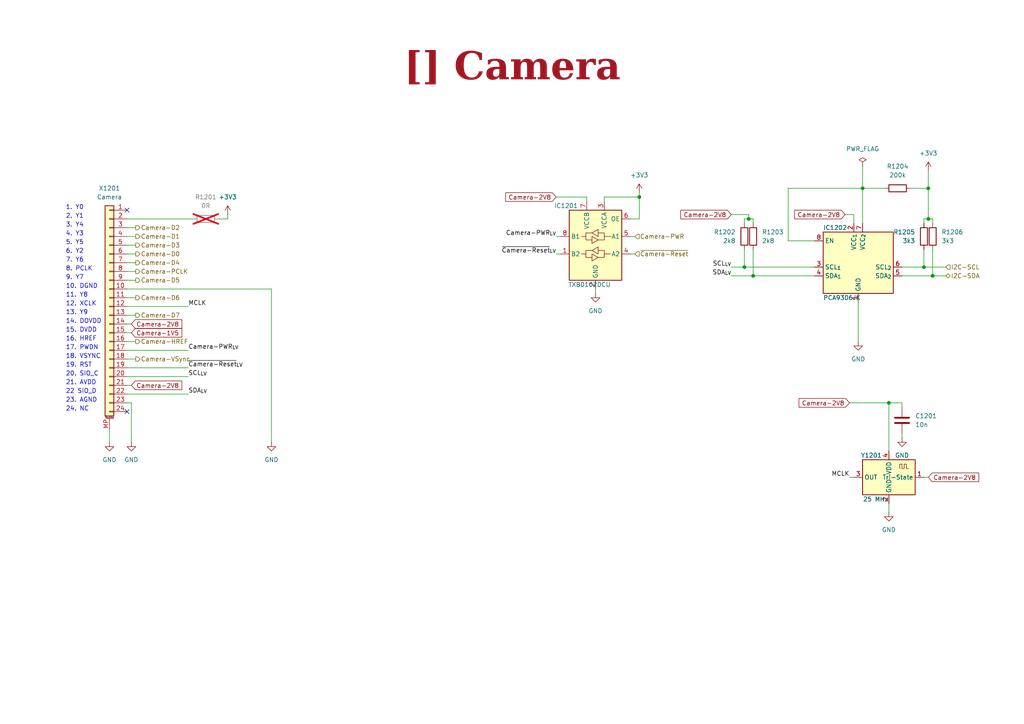
<source format=kicad_sch>
(kicad_sch (version 20250114) (generator "eeschema") (generator_version "9.0")
  (paper "A4")
  (title_block (title "Camera") (date "2025-12-19") (rev "1") (company "${COMPANY}"))
  (lib_symbols
    (symbol "Connector_Generic_MountingPin:Conn_01x24_MountingPin" (pin_names (offset 1.016) (hide yes))
      (property "Reference" "J" (at 0 30.48 0))
      (property "Value" "Conn_01x24_MountingPin" (at 1.27 -33.02 0))
      (symbol "Conn_01x24_MountingPin_1_1"
        (rectangle (start -1.27 29.21) (end 1.27 -31.75) (stroke (width 0.254)) (fill (type background)))
        (rectangle (start -1.27 28.067) (end 0 27.813) (stroke (width 0.1524)))
        (rectangle (start -1.27 25.527) (end 0 25.273) (stroke (width 0.1524)))
        (rectangle (start -1.27 22.987) (end 0 22.733) (stroke (width 0.1524)))
        (rectangle (start -1.27 20.447) (end 0 20.193) (stroke (width 0.1524)))
        (rectangle (start -1.27 17.907) (end 0 17.653) (stroke (width 0.1524)))
        (rectangle (start -1.27 15.367) (end 0 15.113) (stroke (width 0.1524)))
        (rectangle (start -1.27 12.827) (end 0 12.573) (stroke (width 0.1524)))
        (rectangle (start -1.27 10.287) (end 0 10.033) (stroke (width 0.1524)))
        (rectangle (start -1.27 7.747) (end 0 7.493) (stroke (width 0.1524)))
        (rectangle (start -1.27 5.207) (end 0 4.953) (stroke (width 0.1524)))
        (rectangle (start -1.27 2.667) (end 0 2.413) (stroke (width 0.1524)))
        (rectangle (start -1.27 0.127) (end 0 -0.127) (stroke (width 0.1524)))
        (rectangle (start -1.27 -2.413) (end 0 -2.667) (stroke (width 0.1524)))
        (rectangle (start -1.27 -4.953) (end 0 -5.207) (stroke (width 0.1524)))
        (rectangle (start -1.27 -7.493) (end 0 -7.747) (stroke (width 0.1524)))
        (rectangle (start -1.27 -10.033) (end 0 -10.287) (stroke (width 0.1524)))
        (rectangle (start -1.27 -12.573) (end 0 -12.827) (stroke (width 0.1524)))
        (rectangle (start -1.27 -15.113) (end 0 -15.367) (stroke (width 0.1524)))
        (rectangle (start -1.27 -17.653) (end 0 -17.907) (stroke (width 0.1524)))
        (rectangle (start -1.27 -20.193) (end 0 -20.447) (stroke (width 0.1524)))
        (rectangle (start -1.27 -22.733) (end 0 -22.987) (stroke (width 0.1524)))
        (rectangle (start -1.27 -25.273) (end 0 -25.527) (stroke (width 0.1524)))
        (rectangle (start -1.27 -27.813) (end 0 -28.067) (stroke (width 0.1524)))
        (rectangle (start -1.27 -30.353) (end 0 -30.607) (stroke (width 0.1524)))
        (polyline (pts (xy -1.016 -32.512) (xy 1.016 -32.512)) (stroke (width 0.1524)))
        (text "Mounting" (at 0 -32.131 0) (effects (font (size 0.381 0.381))))
        (pin passive line (at -5.08 27.94 0) (length 3.81) (name "Pin_1") (number "1"))
        (pin passive line (at -5.08 25.4 0) (length 3.81) (name "Pin_2") (number "2"))
        (pin passive line (at -5.08 22.86 0) (length 3.81) (name "Pin_3") (number "3"))
        (pin passive line (at -5.08 20.32 0) (length 3.81) (name "Pin_4") (number "4"))
        (pin passive line (at -5.08 17.78 0) (length 3.81) (name "Pin_5") (number "5"))
        (pin passive line (at -5.08 15.24 0) (length 3.81) (name "Pin_6") (number "6"))
        (pin passive line (at -5.08 12.7 0) (length 3.81) (name "Pin_7") (number "7"))
        (pin passive line (at -5.08 10.16 0) (length 3.81) (name "Pin_8") (number "8"))
        (pin passive line (at -5.08 7.62 0) (length 3.81) (name "Pin_9") (number "9"))
        (pin passive line (at -5.08 5.08 0) (length 3.81) (name "Pin_10") (number "10"))
        (pin passive line (at -5.08 2.54 0) (length 3.81) (name "Pin_11") (number "11"))
        (pin passive line (at -5.08 0 0) (length 3.81) (name "Pin_12") (number "12"))
        (pin passive line (at -5.08 -2.54 0) (length 3.81) (name "Pin_13") (number "13"))
        (pin passive line (at -5.08 -5.08 0) (length 3.81) (name "Pin_14") (number "14"))
        (pin passive line (at -5.08 -7.62 0) (length 3.81) (name "Pin_15") (number "15"))
        (pin passive line (at -5.08 -10.16 0) (length 3.81) (name "Pin_16") (number "16"))
        (pin passive line (at -5.08 -12.7 0) (length 3.81) (name "Pin_17") (number "17"))
        (pin passive line (at -5.08 -15.24 0) (length 3.81) (name "Pin_18") (number "18"))
        (pin passive line (at -5.08 -17.78 0) (length 3.81) (name "Pin_19") (number "19"))
        (pin passive line (at -5.08 -20.32 0) (length 3.81) (name "Pin_20") (number "20"))
        (pin passive line (at -5.08 -22.86 0) (length 3.81) (name "Pin_21") (number "21"))
        (pin passive line (at -5.08 -25.4 0) (length 3.81) (name "Pin_22") (number "22"))
        (pin passive line (at -5.08 -27.94 0) (length 3.81) (name "Pin_23") (number "23"))
        (pin passive line (at -5.08 -30.48 0) (length 3.81) (name "Pin_24") (number "24"))
        (pin passive line (at 0 -35.56 90) (length 3.048) (name "MountPin") (number "MP"))
      )
    )
    (symbol "Device:C" (pin_numbers (hide yes)) (pin_names (offset 0.254))
      (property "Reference" "C" (at 0.635 2.54 0))
      (property "Value" "C" (at 0.635 -2.54 0))
      (symbol "C_0_1"
        (polyline (pts (xy -2.032 0.762) (xy 2.032 0.762)) (stroke (width 0.508)))
        (polyline (pts (xy -2.032 -0.762) (xy 2.032 -0.762)) (stroke (width 0.508)))
      )
      (symbol "C_1_1"
        (pin passive line (at 0 3.81 270) (length 2.794) (name "~") (number "1"))
        (pin passive line (at 0 -3.81 90) (length 2.794) (name "~") (number "2"))
      )
    )
    (symbol "Device:R" (pin_numbers (hide yes)) (pin_names (offset 0))
      (property "Reference" "R" (at 2.032 0 90))
      (property "Value" "R" (at 0 0 90))
      (symbol "R_0_1"
        (rectangle (start -1.016 -2.54) (end 1.016 2.54) (stroke (width 0.254)))
      )
      (symbol "R_1_1"
        (pin passive line (at 0 3.81 270) (length 1.27) (name "~") (number "1"))
        (pin passive line (at 0 -3.81 90) (length 1.27) (name "~") (number "2"))
      )
    )
    (symbol "Logic_LevelTranslator:TXB0102DCU"
      (property "Reference" "U" (at -6.35 11.43 0))
      (property "Value" "TXB0102DCU" (at 3.81 11.43 0))
      (symbol "TXB0102DCU_0_1"
        (rectangle (start -7.62 10.16) (end 7.62 -10.16) (stroke (width 0.254)) (fill (type background)))
        (polyline (pts (xy -2.54 2.54) (xy -2.54 3.556) (xy -0.762 3.556)))
        (polyline (pts (xy -2.54 -2.54) (xy -2.54 -1.524) (xy -0.762 -1.524)))
        (polyline (pts (xy -0.762 2.54) (xy -0.762 4.572) (xy 1.016 3.556) (xy -0.762 2.54)))
        (polyline (pts (xy -0.762 1.524) (xy -2.54 1.524) (xy -2.54 2.54) (xy -4.572 2.54)))
        (polyline (pts (xy -0.762 -2.54) (xy -0.762 -0.508) (xy 1.016 -1.524) (xy -0.762 -2.54)))
        (polyline (pts (xy -0.762 -3.556) (xy -2.54 -3.556) (xy -2.54 -2.54) (xy -4.318 -2.54)))
        (polyline (pts (xy 1.016 3.556) (xy 2.794 3.556) (xy 2.794 2.54) (xy 4.064 2.54)))
        (polyline (pts (xy 1.016 2.54) (xy 1.016 0.762) (xy 1.016 0.508) (xy -0.762 1.524) (xy 1.016 2.54)))
        (polyline (pts (xy 1.016 -1.524) (xy 2.794 -1.524) (xy 2.794 -2.54) (xy 4.064 -2.54)))
        (polyline (pts (xy 1.016 -2.54) (xy 1.016 -4.572) (xy -0.762 -3.556) (xy 1.016 -2.54)))
        (polyline (pts (xy 2.794 2.54) (xy 2.794 1.524) (xy 1.016 1.524)))
        (polyline (pts (xy 2.794 -2.54) (xy 2.794 -3.556) (xy 1.016 -3.556)))
      )
      (symbol "TXB0102DCU_1_1"
        (pin input line (at -10.16 7.62 0) (length 2.54) (name "OE") (number "6"))
        (pin bidirectional line (at -10.16 2.54 0) (length 2.54) (name "A1") (number "5"))
        (pin bidirectional line (at -10.16 -2.54 0) (length 2.54) (name "A2") (number "4"))
        (pin power_in line (at -2.54 12.7 270) (length 2.54) (name "VCCA") (number "3"))
        (pin power_in line (at 0 -12.7 90) (length 2.54) (name "GND") (number "2"))
        (pin power_in line (at 2.54 12.7 270) (length 2.54) (name "VCCB") (number "7"))
        (pin bidirectional line (at 10.16 2.54 180) (length 2.54) (name "B1") (number "8"))
        (pin bidirectional line (at 10.16 -2.54 180) (length 2.54) (name "B2") (number "1"))
      )
    )
    (symbol "NXP:PCA9306JK"
      (property "Reference" "IC" (at -8.89 10.16 0))
      (property "Value" "PCA9306JKZ" (at -4.826 -10.16 0))
      (symbol "PCA9306JK_0_0"
        (rectangle (start -10.16 8.89) (end 10.16 -8.89) (stroke (width 0.254)) (fill (type background)))
      )
      (symbol "PCA9306JK_1_0"
        (pin input line (at -12.7 6.35 0) (length 2.54) (name "EN") (number "8"))
        (pin bidirectional line (at -12.7 -1.27 0) (length 2.54) (name "SCL_{1}") (number "3"))
        (pin bidirectional line (at -12.7 -3.81 0) (length 2.54) (name "SDA_{1}") (number "4"))
        (pin power_in line (at -1.27 11.43 270) (length 2.54) (name "VCC_{1}") (number "2"))
        (pin power_in line (at 0 -11.43 90) (length 2.54) (name "GND") (number "1"))
        (pin power_in line (at 1.27 11.43 270) (length 2.54) (name "VCC_{2}") (number "7"))
        (pin bidirectional line (at 12.7 -1.27 180) (length 2.54) (name "SCL_{2}") (number "6"))
        (pin bidirectional line (at 12.7 -3.81 180) (length 2.54) (name "SDA_{2}") (number "5"))
      )
    )
    (symbol "Oscillator:ASCO"
      (property "Reference" "Y" (at -7.62 6.35 0))
      (property "Value" "ASCO" (at 1.27 -6.35 0))
      (symbol "ASCO_0_1"
        (rectangle (start -7.62 5.08) (end 7.62 -5.08) (stroke (width 0.254)) (fill (type background)))
        (polyline (pts (xy -5.715 2.54) (xy -5.08 2.54) (xy -5.08 3.81) (xy -4.445 3.81) (xy -4.445 2.54) (xy -3.81 2.54) (xy -3.81 3.81) (xy -3.175 3.81) (xy -3.175 2.54)))
      )
      (symbol "ASCO_1_1"
        (pin input line (at -10.16 0 0) (length 2.54) (name "Tri-State") (number "1"))
        (pin power_in line (at 0 7.62 270) (length 2.54) (name "VDD") (number "4"))
        (pin power_in line (at 0 -7.62 90) (length 2.54) (name "GND") (number "2"))
        (pin output line (at 10.16 0 180) (length 2.54) (name "OUT") (number "3"))
      )
    )
    (symbol "power:+3V3" (power) (pin_numbers (hide yes)) (pin_names (offset 0) (hide yes))
      (property "Value" "+3V3" (at 0 3.556 0))
      (symbol "+3V3_0_1"
        (polyline (pts (xy -0.762 1.27) (xy 0 2.54)))
        (polyline (pts (xy 0 2.54) (xy 0.762 1.27)))
        (polyline (pts (xy 0 0) (xy 0 2.54)))
      )
      (symbol "+3V3_1_1"
        (pin power_in line (at 0 0 90) (length 0) (name "~") (number "1"))
      )
    )
    (symbol "power:GND" (power) (pin_numbers (hide yes)) (pin_names (offset 0) (hide yes))
      (property "Value" "GND" (at 0 -3.81 0))
      (symbol "GND_0_1"
        (polyline (pts (xy 0 0) (xy 0 -1.27) (xy 1.27 -1.27) (xy 0 -2.54) (xy -1.27 -1.27) (xy 0 -1.27)))
      )
      (symbol "GND_1_1"
        (pin power_in line (at 0 0 270) (length 0) (name "~") (number "1"))
      )
    )
    (symbol "power:PWR_FLAG" (power) (pin_numbers (hide yes)) (pin_names (offset 0) (hide yes))
      (property "Value" "PWR_FLAG" (at 0 3.81 0))
      (symbol "PWR_FLAG_0_0"
        (pin power_out line (at 0 0 90) (length 0) (name "~") (number "1"))
      )
      (symbol "PWR_FLAG_0_1"
        (polyline (pts (xy 0 0) (xy 0 1.27) (xy -1.016 1.905) (xy 0 2.54) (xy 1.016 1.905) (xy 0 1.27)))
      )
    )
  )
  (text "14. DOVDD" (at 19.05 93.98 0) (effects (font (size 1.27 1.27)) (justify left bottom)))
  (text "16. HREF" (at 19.05 99.06 0) (effects (font (size 1.27 1.27)) (justify left bottom)))
  (text "17. PWDN" (at 19.05 101.6 0) (effects (font (size 1.27 1.27)) (justify left bottom)))
  (text "21. AVDD" (at 19.05 111.76 0) (effects (font (size 1.27 1.27)) (justify left bottom)))
  (text "15. DVDD" (at 19.05 96.52 0) (effects (font (size 1.27 1.27)) (justify left bottom)))
  (text "5. Y5" (at 19.05 71.12 0) (effects (font (size 1.27 1.27)) (justify left bottom)))
  (text "9. Y7" (at 19.05 81.28 0) (effects (font (size 1.27 1.27)) (justify left bottom)))
  (text "10. DGND" (at 19.05 83.82 0) (effects (font (size 1.27 1.27)) (justify left bottom)))
  (text "2. Y1" (at 19.05 63.5 0) (effects (font (size 1.27 1.27)) (justify left bottom)))
  (text "11. Y8" (at 19.05 86.36 0) (effects (font (size 1.27 1.27)) (justify left bottom)))
  (text "4. Y3" (at 19.05 68.58 0) (effects (font (size 1.27 1.27)) (justify left bottom)))
  (text "1. Y0" (at 19.05 60.96 0) (effects (font (size 1.27 1.27)) (justify left bottom)))
  (text "22 SIO_D" (at 19.05 114.3 0) (effects (font (size 1.27 1.27)) (justify left bottom)))
  (text "19. RST" (at 19.05 106.68 0) (effects (font (size 1.27 1.27)) (justify left bottom)))
  (text "12. XCLK" (at 19.05 88.9 0) (effects (font (size 1.27 1.27)) (justify left bottom)))
  (text "6. Y2" (at 19.05 73.66 0) (effects (font (size 1.27 1.27)) (justify left bottom)))
  (text "24. NC" (at 19.05 119.38 0) (effects (font (size 1.27 1.27)) (justify left bottom)))
  (text "20. SIO_C" (at 19.05 109.22 0) (effects (font (size 1.27 1.27)) (justify left bottom)))
  (text "3. Y4" (at 19.05 66.04 0) (effects (font (size 1.27 1.27)) (justify left bottom)))
  (text "8. PCLK" (at 19.05 78.74 0) (effects (font (size 1.27 1.27)) (justify left bottom)))
  (text "18. VSYNC" (at 19.05 104.14 0) (effects (font (size 1.27 1.27)) (justify left bottom)))
  (text "7. Y6" (at 19.05 76.2 0) (effects (font (size 1.27 1.27)) (justify left bottom)))
  (text "13. Y9" (at 19.05 91.44 0) (effects (font (size 1.27 1.27)) (justify left bottom)))
  (text "23. AGND" (at 19.05 116.84 0) (effects (font (size 1.27 1.27)) (justify left bottom)))
  (text_box "[${#}] ${TITLE}" (at 12.7 12.7 0) (size 271.78 13.97) (margins 5.9999 5.9999 5.9999 5.9999) (stroke (width -0.0001)) (effects (font (size 8 8) (thickness 1.2) (bold yes))))
  (junction (at 270.51 80.01))
  (junction (at 257.81 116.84))
  (junction (at 217.17 63.5))
  (junction (at 267.97 77.47))
  (junction (at 185.42 57.15))
  (junction (at 269.24 54.61))
  (junction (at 218.44 80.01))
  (junction (at 215.9 77.47))
  (junction (at 250.19 54.61))
  (junction (at 269.24 63.5))
  (no_connect (at 36.83 60.96))
  (no_connect (at 36.83 119.38))
  (wire (pts (xy 217.17 63.5) (xy 218.44 63.5)))
  (wire (pts (xy 175.26 57.15) (xy 185.42 57.15)))
  (wire (pts (xy 36.83 93.98) (xy 38.1 93.98)))
  (wire (pts (xy 36.83 86.36) (xy 39.37 86.36)) (stroke (width 0.1524)))
  (wire (pts (xy 36.83 73.66) (xy 39.37 73.66)) (stroke (width 0.1524)))
  (wire (pts (xy 36.83 88.9) (xy 54.61 88.9)) (stroke (width 0.1524)))
  (wire (pts (xy 36.83 111.76) (xy 38.1 111.76)))
  (wire (pts (xy 270.51 80.01) (xy 274.32 80.01)))
  (wire (pts (xy 31.75 124.46) (xy 31.75 128.27)))
  (wire (pts (xy 250.19 54.61) (xy 256.54 54.61)))
  (wire (pts (xy 36.83 81.28) (xy 39.37 81.28)) (stroke (width 0.1524)))
  (wire (pts (xy 182.88 73.66) (xy 184.15 73.66)))
  (wire (pts (xy 248.92 87.63) (xy 248.92 99.06)))
  (wire (pts (xy 66.04 63.5) (xy 66.04 62.23)) (stroke (width 0.1524)))
  (wire (pts (xy 257.81 116.84) (xy 261.62 116.84)))
  (wire (pts (xy 78.74 83.82) (xy 78.74 128.27)) (stroke (width 0.1524)))
  (wire (pts (xy 228.6 69.85) (xy 236.22 69.85)))
  (wire (pts (xy 36.83 101.6) (xy 54.61 101.6)) (stroke (width 0.1524)))
  (wire (pts (xy 39.37 78.74) (xy 36.83 78.74)) (stroke (width 0.1524)))
  (wire (pts (xy 257.81 146.05) (xy 257.81 148.59)))
  (wire (pts (xy 250.19 54.61) (xy 250.19 64.77)))
  (wire (pts (xy 247.65 62.23) (xy 247.65 64.77)))
  (wire (pts (xy 212.09 62.23) (xy 217.17 62.23)))
  (wire (pts (xy 36.83 76.2) (xy 39.37 76.2)) (stroke (width 0.1524)))
  (wire (pts (xy 269.24 49.53) (xy 269.24 54.61)))
  (wire (pts (xy 270.51 64.77) (xy 270.51 63.5)))
  (wire (pts (xy 38.1 116.84) (xy 38.1 128.27)) (stroke (width 0.1524)))
  (wire (pts (xy 36.83 109.22) (xy 54.61 109.22)) (stroke (width 0.1524)))
  (wire (pts (xy 246.38 116.84) (xy 257.81 116.84)))
  (wire (pts (xy 175.26 57.15) (xy 175.26 58.42)))
  (wire (pts (xy 267.97 63.5) (xy 267.97 64.77)))
  (wire (pts (xy 270.51 72.39) (xy 270.51 80.01)))
  (wire (pts (xy 245.11 62.23) (xy 247.65 62.23)))
  (wire (pts (xy 63.5 63.5) (xy 66.04 63.5)) (stroke (width 0.1524)))
  (wire (pts (xy 212.09 80.01) (xy 218.44 80.01)))
  (wire (pts (xy 215.9 72.39) (xy 215.9 77.47)))
  (wire (pts (xy 170.18 57.15) (xy 170.18 58.42)))
  (wire (pts (xy 228.6 54.61) (xy 250.19 54.61)))
  (wire (pts (xy 270.51 63.5) (xy 269.24 63.5)))
  (wire (pts (xy 215.9 77.47) (xy 236.22 77.47)))
  (wire (pts (xy 261.62 116.84) (xy 261.62 118.11)))
  (wire (pts (xy 228.6 54.61) (xy 228.6 69.85)))
  (wire (pts (xy 36.83 99.06) (xy 39.37 99.06)) (stroke (width 0.1524)))
  (wire (pts (xy 218.44 72.39) (xy 218.44 80.01)))
  (wire (pts (xy 185.42 55.88) (xy 185.42 57.15)))
  (wire (pts (xy 36.83 116.84) (xy 38.1 116.84)) (stroke (width 0.1524)))
  (wire (pts (xy 269.24 63.5) (xy 267.97 63.5)))
  (wire (pts (xy 261.62 125.73) (xy 261.62 127)))
  (wire (pts (xy 36.83 96.52) (xy 38.1 96.52)))
  (wire (pts (xy 182.88 68.58) (xy 184.15 68.58)))
  (wire (pts (xy 246.38 138.43) (xy 247.65 138.43)))
  (wire (pts (xy 267.97 72.39) (xy 267.97 77.47)))
  (wire (pts (xy 36.83 106.68) (xy 54.61 106.68)))
  (wire (pts (xy 161.29 73.66) (xy 162.56 73.66)))
  (wire (pts (xy 36.83 83.82) (xy 78.74 83.82)) (stroke (width 0.1524)))
  (wire (pts (xy 218.44 63.5) (xy 218.44 64.77)))
  (wire (pts (xy 212.09 77.47) (xy 215.9 77.47)))
  (wire (pts (xy 36.83 63.5) (xy 55.88 63.5)) (stroke (width 0.1524)))
  (wire (pts (xy 215.9 63.5) (xy 217.17 63.5)))
  (wire (pts (xy 264.16 54.61) (xy 269.24 54.61)))
  (wire (pts (xy 261.62 77.47) (xy 267.97 77.47)))
  (wire (pts (xy 250.19 48.26) (xy 250.19 54.61)))
  (wire (pts (xy 172.72 83.82) (xy 172.72 85.09)))
  (wire (pts (xy 36.83 68.58) (xy 39.37 68.58)) (stroke (width 0.1524)))
  (wire (pts (xy 161.29 57.15) (xy 170.18 57.15)))
  (wire (pts (xy 257.81 130.81) (xy 257.81 116.84)))
  (wire (pts (xy 36.83 91.44) (xy 39.37 91.44)) (stroke (width 0.1524)))
  (wire (pts (xy 215.9 64.77) (xy 215.9 63.5)))
  (wire (pts (xy 36.83 66.04) (xy 39.37 66.04)) (stroke (width 0.1524)))
  (wire (pts (xy 269.24 138.43) (xy 267.97 138.43)))
  (wire (pts (xy 36.83 114.3) (xy 54.61 114.3)) (stroke (width 0.1524)))
  (wire (pts (xy 218.44 80.01) (xy 236.22 80.01)))
  (wire (pts (xy 36.83 71.12) (xy 39.37 71.12)) (stroke (width 0.1524)))
  (wire (pts (xy 261.62 80.01) (xy 270.51 80.01)))
  (wire (pts (xy 217.17 63.5) (xy 217.17 62.23)))
  (wire (pts (xy 269.24 54.61) (xy 269.24 63.5)))
  (wire (pts (xy 36.83 104.14) (xy 39.37 104.14)) (stroke (width 0.1524)))
  (wire (pts (xy 185.42 57.15) (xy 185.42 63.5)))
  (wire (pts (xy 267.97 77.47) (xy 274.32 77.47)))
  (wire (pts (xy 161.29 68.58) (xy 162.56 68.58)))
  (wire (pts (xy 185.42 63.5) (xy 182.88 63.5)))
  (label "SDA_{LV}" (at 54.61 114.3 0))
  (label "SCL_{LV}" (at 54.61 109.22 0))
  (label "~{Camera-Reset}_{LV}" (at 54.61 106.68 0))
  (label "Camera-PWR_{LV}" (at 54.61 101.6 0))
  (label "SCL_{LV}" (at 212.09 77.47 180))
  (label "Camera-PWR_{LV}" (at 161.29 68.58 180))
  (label "MCLK" (at 54.61 88.9 0))
  (label "SDA_{LV}" (at 212.09 80.01 180))
  (label "MCLK" (at 246.38 138.43 180))
  (label "~{Camera-Reset}_{LV}" (at 161.29 73.66 180))
  (global_label "Camera-2V8" (shape input) (at 161.29 57.15 180) (property "Intersheetrefs" "${INTERSHEET_REFS}" (effects (hide yes))))
  (global_label "Camera-2V8" (shape input) (at 38.1 111.76 0) (property "Intersheetrefs" "${INTERSHEET_REFS}" (effects (hide yes))))
  (global_label "Camera-2V8" (shape input) (at 212.09 62.23 180) (property "Intersheetrefs" "${INTERSHEET_REFS}" (effects (hide yes))))
  (global_label "Camera-2V8" (shape input) (at 245.11 62.23 180) (property "Intersheetrefs" "${INTERSHEET_REFS}" (effects (hide yes))))
  (global_label "Camera-2V8" (shape input) (at 269.24 138.43 0) (property "Intersheetrefs" "${INTERSHEET_REFS}" (effects (hide yes))))
  (global_label "Camera-2V8" (shape input) (at 38.1 93.98 0) (property "Intersheetrefs" "${INTERSHEET_REFS}" (effects (hide yes))))
  (global_label "Camera-1V5" (shape input) (at 38.1 96.52 0) (property "Intersheetrefs" "${INTERSHEET_REFS}" (effects (hide yes))))
  (global_label "Camera-2V8" (shape input) (at 246.38 116.84 180) (property "Intersheetrefs" "${INTERSHEET_REFS}" (effects (hide yes))))
  (hierarchical_label "I2C-SCL" (shape input) (at 274.32 77.47 0))
  (hierarchical_label "Camera-D3" (shape output) (at 39.37 71.12 0))
  (hierarchical_label "Camera-HREF" (shape output) (at 39.37 99.06 0))
  (hierarchical_label "Camera-D1" (shape output) (at 39.37 68.58 0))
  (hierarchical_label "I2C-SDA" (shape bidirectional) (at 274.32 80.01 0))
  (hierarchical_label "Camera-D4" (shape output) (at 39.37 76.2 0))
  (hierarchical_label "~{Camera-Reset}" (shape input) (at 184.15 73.66 0))
  (hierarchical_label "Camera-VSync" (shape output) (at 39.37 104.14 0))
  (hierarchical_label "Camera-D5" (shape output) (at 39.37 81.28 0))
  (hierarchical_label "Camera-D6" (shape output) (at 39.37 86.36 0))
  (hierarchical_label "Camera-D0" (shape output) (at 39.37 73.66 0))
  (hierarchical_label "Camera-PWR" (shape input) (at 184.15 68.58 0))
  (hierarchical_label "Camera-D7" (shape output) (at 39.37 91.44 0))
  (hierarchical_label "Camera-PCLK" (shape output) (at 39.37 78.74 0))
  (hierarchical_label "Camera-D2" (shape output) (at 39.37 66.04 0))
  (symbol (lib_id "power:+3V3") (at 66.04 62.23 0) (unit 1)
    (property "Reference" "#PWR01203" (effects (hide yes)))
    (property "Value" "+3V3" (at 66.04 57.15 0))
    (property "Description" "Power symbol creates a global label with name \"+3V3\"" (effects (hide yes)))
  )
  (symbol (lib_id "power:GND") (at 78.74 128.27 0) (unit 1)
    (property "Reference" "#PWR01204" (effects (hide yes)))
    (property "Value" "GND" (at 78.74 133.35 0))
    (property "Description" "Power symbol creates a global label with name \"GND\" , ground" (effects (hide yes)))
  )
  (symbol (lib_id "power:GND") (at 38.1 128.27 0) (unit 1)
    (property "Reference" "#PWR01202" (effects (hide yes)))
    (property "Value" "GND" (at 38.1 133.35 0))
    (property "Description" "Power symbol creates a global label with name \"GND\" , ground" (effects (hide yes)))
  )
  (symbol (lib_id "Device:R") (at 267.97 68.58 0) (mirror x) (unit 1)
    (property "Reference" "R1205" (at 265.43 67.31 0) (effects (justify right)))
    (property "Value" "3k3" (at 265.43 69.85 0) (effects (justify right)))
    (property "Footprint" "Resistor_SMD:R_0603_1608Metric" (effects (hide yes)))
    (property "Datasheet" "https://www.mouser.com/catalog/specsheets/YAGEO_PYu_RC_Group_51_RoHS_L_12.pdf" (effects (hide yes)))
    (property "Description" "Resistor" (effects (hide yes)))
    (property "manf" "YAGEO" (effects (hide yes)))
    (property "manf#" "RC0603FR-073K3L" (effects (hide yes)))
    (property "mouser#" "603-RC0603FR-073K3L" (effects (hide yes)))
  )
  (symbol (lib_id "Device:R") (at 260.35 54.61 270) (mirror x) (unit 1)
    (property "Reference" "R1204" (at 260.35 48.26 90))
    (property "Value" "200k" (at 260.35 50.8 90))
    (property "Footprint" "Resistor_SMD:R_0603_1608Metric" (effects (hide yes)))
    (property "Datasheet" "https://www.mouser.com/catalog/specsheets/YAGEO_PYu_RC_Group_51_RoHS_L_12.pdf" (effects (hide yes)))
    (property "Description" "Resistor" (effects (hide yes)))
    (property "manf" "YAGEO" (effects (hide yes)))
    (property "manf#" "RC0603FR-07200KL" (effects (hide yes)))
    (property "mouser#" "603-RC0603FR-07200KL" (effects (hide yes)))
  )
  (symbol (lib_id "Connector_Generic_MountingPin:Conn_01x24_MountingPin") (at 31.75 88.9 0) (mirror y) (unit 1)
    (property "Reference" "X1201" (at 31.75 54.61 0))
    (property "Value" "Camera" (at 31.75 57.15 0))
    (property "Footprint" "Connector_FFC-FPC:Amphenol_F32R-1A7x1-11024_1x24-1MP_P0.5mm_Horizontal" (effects (hide yes)))
    (property "Datasheet" "https://cdn.amphenol-cs.com/media/wysiwyg/files/drawing/f32r-f32j.pdf" (effects (hide yes)))
    (property "Description" "Generic connectable mounting pin connector, single row, 01x24, script generated (kicad-library-utils/schlib/autogen/connector/)" (effects (hide yes)))
    (property "manf" "Amphenol Aorora" (effects (hide yes)))
    (property "manf#" "F32R-1A7H1-11024" (effects (hide yes)))
    (property "mouser#" "649-F32R-1A7H1-11024" (effects (hide yes)))
  )
  (symbol (lib_id "Device:R") (at 270.51 68.58 180) (unit 1)
    (property "Reference" "R1206" (at 273.05 67.31 0) (effects (justify right)))
    (property "Value" "3k3" (at 273.05 69.85 0) (effects (justify right)))
    (property "Footprint" "Resistor_SMD:R_0603_1608Metric" (effects (hide yes)))
    (property "Datasheet" "https://www.mouser.com/catalog/specsheets/YAGEO_PYu_RC_Group_51_RoHS_L_12.pdf" (effects (hide yes)))
    (property "Description" "Resistor" (effects (hide yes)))
    (property "manf" "YAGEO" (effects (hide yes)))
    (property "manf#" "RC0603FR-073K3L" (effects (hide yes)))
    (property "mouser#" "603-RC0603FR-073K3L" (effects (hide yes)))
  )
  (symbol (lib_id "Oscillator:ASCO") (at 257.81 138.43 0) (mirror y) (unit 1)
    (property "Reference" "Y1201" (at 252.73 132.08 0))
    (property "Value" "25 MHz" (at 254 144.78 0))
    (property "Footprint" "Oscillator:Oscillator_SMD_Abracon_ASDMB-4Pin_2.5x2.0mm" (effects (hide yes)))
    (property "Datasheet" "https://www.mouser.de/datasheet/2/3/ASDDV-1826270.pdf" (effects (hide yes)))
    (property "Description" "Crystal Clock Oscillator, Abracon ASCO" (effects (hide yes)))
    (property "manf" "ASDDV-25.000MHz-LC-T3" (effects (hide yes)))
    (property "manf#" "ABRACON" (effects (hide yes)))
    (property "mouser#" "815-ASDDV2500MHZLCT3" (effects (hide yes)))
  )
  (symbol (lib_id "power:+3V3") (at 269.24 49.53 0) (unit 1)
    (property "Reference" "#PWR01210" (effects (hide yes)))
    (property "Value" "+3V3" (at 269.24 44.45 0))
    (property "Description" "Power symbol creates a global label with name \"+3V3\"" (effects (hide yes)))
  )
  (symbol (lib_id "power:GND") (at 31.75 128.27 0) (unit 1)
    (property "Reference" "#PWR01201" (effects (hide yes)))
    (property "Value" "GND" (at 31.75 133.35 0))
    (property "Description" "Power symbol creates a global label with name \"GND\" , ground" (effects (hide yes)))
  )
  (symbol (lib_id "Device:R") (at 218.44 68.58 180) (unit 1)
    (property "Reference" "R1203" (at 220.98 67.31 0) (effects (justify right)))
    (property "Value" "2k8" (at 220.98 69.85 0) (effects (justify right)))
    (property "Footprint" "Resistor_SMD:R_0603_1608Metric" (effects (hide yes)))
    (property "Datasheet" "https://www.mouser.com/catalog/specsheets/YAGEO_PYu_RC_Group_51_RoHS_L_12.pdf" (effects (hide yes)))
    (property "Description" "Resistor" (effects (hide yes)))
    (property "manf" "YAGEO" (effects (hide yes)))
    (property "manf#" "RC0603FR-072K83L" (effects (hide yes)))
    (property "mouser#" "603-RC0603FR-072K83L" (effects (hide yes)))
  )
  (symbol (lib_id "power:GND") (at 261.62 127 0) (unit 1)
    (property "Reference" "#PWR01209" (effects (hide yes)))
    (property "Value" "GND" (at 261.62 132.08 0))
    (property "Description" "Power symbol creates a global label with name \"GND\" , ground" (effects (hide yes)))
  )
  (symbol (lib_id "power:GND") (at 257.81 148.59 0) (unit 1)
    (property "Reference" "#PWR01208" (effects (hide yes)))
    (property "Value" "GND" (at 257.81 153.67 0))
    (property "Description" "Power symbol creates a global label with name \"GND\" , ground" (effects (hide yes)))
  )
  (symbol (lib_id "power:GND") (at 248.92 99.06 0) (unit 1)
    (property "Reference" "#PWR01207" (effects (hide yes)))
    (property "Value" "GND" (at 248.92 104.14 0))
    (property "Description" "Power symbol creates a global label with name \"GND\" , ground" (effects (hide yes)))
  )
  (symbol (lib_id "power:+3V3") (at 185.42 55.88 0) (unit 1)
    (property "Reference" "#PWR01206" (effects (hide yes)))
    (property "Value" "+3V3" (at 185.42 50.8 0))
    (property "Description" "Power symbol creates a global label with name \"+3V3\"" (effects (hide yes)))
  )
  (symbol (lib_id "Device:C") (at 261.62 121.92 0) (mirror y) (unit 1)
    (property "Reference" "C1201" (at 265.43 120.6499 0) (effects (justify right)))
    (property "Value" "10n" (at 265.43 123.1899 0) (effects (justify right)))
    (property "Footprint" "Capacitor_SMD:C_0603_1608Metric" (effects (hide yes)))
    (property "Datasheet" "https://www.mouser.de/datasheet/2/40/cx5r_KGM-3223198.pdf" (effects (hide yes)))
    (property "Description" "Unpolarized capacitor" (effects (hide yes)))
    (property "manf" "KYOCERA AVX" (effects (hide yes)))
    (property "manf#" "06035A103KAT2A" (effects (hide yes)))
    (property "mouser#" "581-06035A103KAT2A" (effects (hide yes)))
  )
  (symbol (lib_id "power:GND") (at 172.72 85.09 0) (unit 1)
    (property "Reference" "#PWR01205" (effects (hide yes)))
    (property "Value" "GND" (at 172.72 90.17 0))
    (property "Description" "Power symbol creates a global label with name \"GND\" , ground" (effects (hide yes)))
  )
  (symbol (lib_id "NXP:PCA9306JK") (at 248.92 76.2 0) (unit 1)
    (property "Reference" "IC1202" (at 238.76 66.04 0) (effects (justify left)))
    (property "Value" "PCA9306JK" (at 238.76 86.36 0) (effects (justify left)))
    (property "Footprint" "Package_SON_Kampi:XSON-8_0.65x0.17mm_P0.35mm" (effects (hide yes)))
    (property "Datasheet" "https://www.nxp.com/docs/en/data-sheet/PCA9306.pdf" (effects (hide yes)))
    (property "Description" "Dual bidirectional I2C Bus and SMBus voltage level translator" (effects (hide yes)))
    (property "manf" "NXP Semiconductors" (effects (hide yes)))
    (property "manf#" "PCA9306JKZ" (effects (hide yes)))
    (property "mouser#" "771-PCA9306JKZ" (effects (hide yes)))
  )
  (symbol (lib_id "Device:R") (at 215.9 68.58 0) (mirror x) (unit 1)
    (property "Reference" "R1202" (at 213.36 67.31 0) (effects (justify right)))
    (property "Value" "2k8" (at 213.36 69.85 0) (effects (justify right)))
    (property "Footprint" "Resistor_SMD:R_0603_1608Metric" (effects (hide yes)))
    (property "Datasheet" "https://www.mouser.com/catalog/specsheets/YAGEO_PYu_RC_Group_51_RoHS_L_12.pdf" (effects (hide yes)))
    (property "Description" "Resistor" (effects (hide yes)))
    (property "manf" "YAGEO" (effects (hide yes)))
    (property "manf#" "RC0603FR-072K83L" (effects (hide yes)))
    (property "mouser#" "603-RC0603FR-072K83L" (effects (hide yes)))
  )
  (symbol (lib_id "power:PWR_FLAG") (at 250.19 48.26 0) (unit 1)
    (property "Reference" "#FLG01201" (effects (hide yes)))
    (property "Value" "PWR_FLAG" (at 250.19 43.18 0))
    (property "Description" "Special symbol for telling ERC where power comes from" (effects (hide yes)))
  )
  (symbol (lib_id "Logic_LevelTranslator:TXB0102DCU") (at 172.72 71.12 0) (mirror y) (unit 1)
    (property "Reference" "IC1201" (at 167.64 59.69 0) (effects (justify left)))
    (property "Value" "TXB0102DCU" (at 177.165 82.55 0) (effects (justify left)))
    (property "Footprint" "Package_SO:VSSOP-8_2.3x2mm_P0.5mm" (effects (hide yes)))
    (property "Datasheet" "http://www.ti.com/lit/ds/symlink/txb0102.pdf" (effects (hide yes)))
    (property "Description" "2-Bit Bidirectional Voltage-Level Translator With Auto Direction Sensing and ±15-kV ESD Protection, VSSOP-8" (effects (hide yes)))
    (property "manf" "Texas Instruments" (effects (hide yes)))
    (property "manf#" "TXB0102DCUT" (effects (hide yes)))
    (property "mouser#" "595-TXB0102DCUT" (effects (hide yes)))
  )
  (symbol (lib_id "Device:R") (at 59.69 63.5 90) (unit 1) (dnp yes)
    (property "Reference" "R1201" (at 59.69 57.15 90))
    (property "Value" "0R" (at 59.69 59.69 90))
    (property "Footprint" "Resistor_SMD:R_0603_1608Metric" (effects (hide yes)))
    (property "Datasheet" "https://www.mouser.de/datasheet/2/54/cr-1858361.pdf" (effects (hide yes)))
    (property "Description" "Resistor" (effects (hide yes)))
    (property "manf" "Bourns" (effects (hide yes)))
    (property "manf#" "CR0603-J/-000ELF" (effects (hide yes)))
    (property "mouser#" "652-CR0603-J/-000ELF" (effects (hide yes)))
  )
)
</source>
